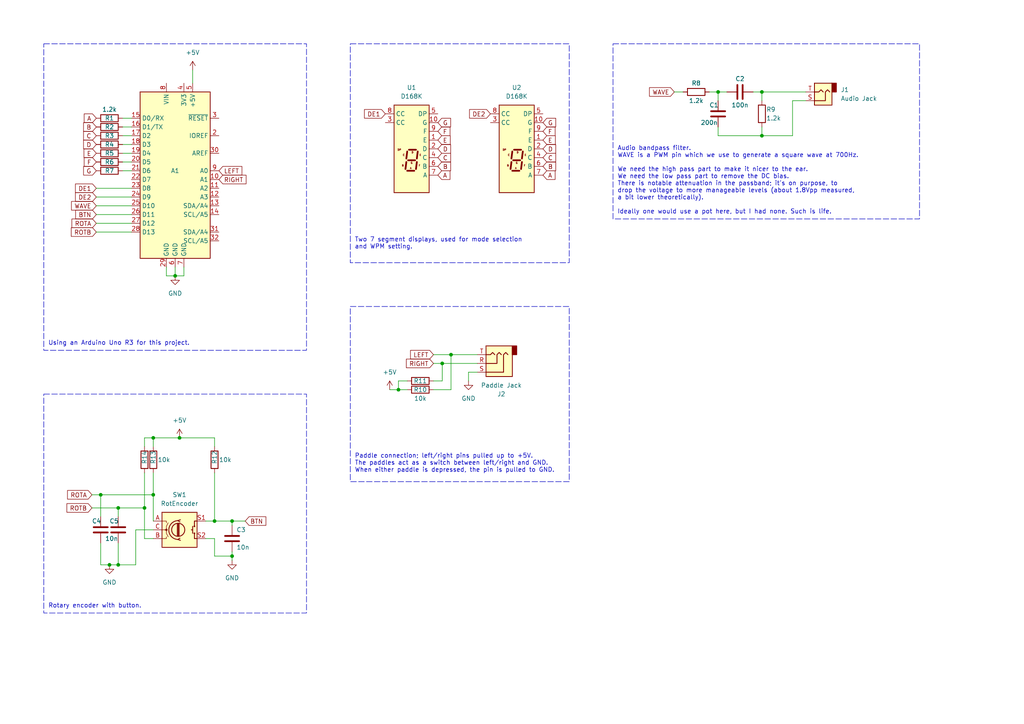
<source format=kicad_sch>
(kicad_sch (version 20230121) (generator eeschema)
  (paper "A4")
  (title_block (title "Scrap Keyer") (company "Vasile Vilvoiu"))
  (lib_symbols
    (symbol "Connector_Audio:AudioJack2"
      (property "Reference" "J" (at 0 8.89 0))
      (property "Value" "AudioJack2" (at 0 6.35 0))
      (symbol "AudioJack2_0_1"
        (rectangle (start -3.81 0) (end -2.54 -2.54) (stroke (width 0.254)) (fill (type outline)))
        (rectangle (start -2.54 3.81) (end 2.54 -2.54) (stroke (width 0.254)) (fill (type background)))
        (polyline (pts (xy 0 0) (xy 0.635 -0.635) (xy 1.27 0) (xy 2.54 0)) (stroke (width 0.254)))
        (polyline (pts (xy 2.54 2.54) (xy -0.635 2.54) (xy -0.635 0) (xy -1.27 -0.635) (xy -1.905 0)) (stroke (width 0.254)))
      )
      (symbol "AudioJack2_1_1"
        (pin passive line (at 5.08 2.54 180) (length 2.54) (name "~") (number "S"))
        (pin passive line (at 5.08 0 180) (length 2.54) (name "~") (number "T"))
      )
    )
    (symbol "Connector_Audio:AudioJack3"
      (property "Reference" "J" (at 0 8.89 0))
      (property "Value" "AudioJack3" (at 0 6.35 0))
      (symbol "AudioJack3_0_1"
        (rectangle (start -5.08 -5.08) (end -6.35 -2.54) (stroke (width 0.254)) (fill (type outline)))
        (polyline (pts (xy 0 -2.54) (xy 0.635 -3.175) (xy 1.27 -2.54) (xy 2.54 -2.54)) (stroke (width 0.254)))
        (polyline (pts (xy -1.905 -2.54) (xy -1.27 -3.175) (xy -0.635 -2.54) (xy -0.635 0) (xy 2.54 0)) (stroke (width 0.254)))
        (polyline (pts (xy 2.54 2.54) (xy -2.54 2.54) (xy -2.54 -2.54) (xy -3.175 -3.175) (xy -3.81 -2.54)) (stroke (width 0.254)))
        (rectangle (start 2.54 3.81) (end -5.08 -5.08) (stroke (width 0.254)) (fill (type background)))
      )
      (symbol "AudioJack3_1_1"
        (pin passive line (at 5.08 0 180) (length 2.54) (name "~") (number "R"))
        (pin passive line (at 5.08 2.54 180) (length 2.54) (name "~") (number "S"))
        (pin passive line (at 5.08 -2.54 180) (length 2.54) (name "~") (number "T"))
      )
    )
    (symbol "Device:C" (pin_numbers hide) (pin_names (offset 0.254))
      (property "Reference" "C" (at 0.635 2.54 0))
      (property "Value" "C" (at 0.635 -2.54 0))
      (symbol "C_0_1"
        (polyline (pts (xy -2.032 -0.762) (xy 2.032 -0.762)) (stroke (width 0.508)))
        (polyline (pts (xy -2.032 0.762) (xy 2.032 0.762)) (stroke (width 0.508)))
      )
      (symbol "C_1_1"
        (pin passive line (at 0 3.81 270) (length 2.794) (name "~") (number "1"))
        (pin passive line (at 0 -3.81 90) (length 2.794) (name "~") (number "2"))
      )
    )
    (symbol "Device:R" (pin_numbers hide) (pin_names (offset 0))
      (property "Reference" "R" (at 2.032 0 90))
      (property "Value" "R" (at 0 0 90))
      (symbol "R_0_1"
        (rectangle (start -1.016 -2.54) (end 1.016 2.54) (stroke (width 0.254)))
      )
      (symbol "R_1_1"
        (pin passive line (at 0 3.81 270) (length 1.27) (name "~") (number "1"))
        (pin passive line (at 0 -3.81 90) (length 1.27) (name "~") (number "2"))
      )
    )
    (symbol "Device:RotaryEncoder_Switch" (pin_names (offset 0.254) hide)
      (property "Reference" "SW" (at 0 6.604 0))
      (property "Value" "RotaryEncoder_Switch" (at 0 -6.604 0))
      (symbol "RotaryEncoder_Switch_0_1"
        (rectangle (start -5.08 5.08) (end 5.08 -5.08) (stroke (width 0.254)) (fill (type background)))
        (circle (center -3.81 0) (radius 0.254) (fill (type outline)))
        (circle (center -0.381 0) (radius 1.905) (stroke (width 0.254)))
        (arc (start -0.381 2.667) (mid -3.0988 -0.0635) (end -0.381 -2.794) (stroke (width 0.254)))
        (polyline (pts (xy -0.635 -1.778) (xy -0.635 1.778)) (stroke (width 0.254)))
        (polyline (pts (xy -0.381 -1.778) (xy -0.381 1.778)) (stroke (width 0.254)))
        (polyline (pts (xy -0.127 1.778) (xy -0.127 -1.778)) (stroke (width 0.254)))
        (polyline (pts (xy 3.81 0) (xy 3.429 0)) (stroke (width 0.254)))
        (polyline (pts (xy 3.81 1.016) (xy 3.81 -1.016)) (stroke (width 0.254)))
        (polyline (pts (xy -5.08 -2.54) (xy -3.81 -2.54) (xy -3.81 -2.032)))
        (polyline (pts (xy -5.08 2.54) (xy -3.81 2.54) (xy -3.81 2.032)))
        (polyline (pts (xy 0.254 -3.048) (xy -0.508 -2.794) (xy 0.127 -2.413)) (stroke (width 0.254)))
        (polyline (pts (xy 0.254 2.921) (xy -0.508 2.667) (xy 0.127 2.286)) (stroke (width 0.254)))
        (polyline (pts (xy 5.08 -2.54) (xy 4.318 -2.54) (xy 4.318 -1.016)) (stroke (width 0.254)))
        (polyline (pts (xy 5.08 2.54) (xy 4.318 2.54) (xy 4.318 1.016)) (stroke (width 0.254)))
        (polyline (pts (xy -5.08 0) (xy -3.81 0) (xy -3.81 -1.016) (xy -3.302 -2.032)))
        (polyline (pts (xy -4.318 0) (xy -3.81 0) (xy -3.81 1.016) (xy -3.302 2.032)))
        (circle (center 4.318 -1.016) (radius 0.127) (stroke (width 0.254)))
        (circle (center 4.318 1.016) (radius 0.127) (stroke (width 0.254)))
      )
      (symbol "RotaryEncoder_Switch_1_1"
        (pin passive line (at -7.62 2.54 0) (length 2.54) (name "A") (number "A"))
        (pin passive line (at -7.62 -2.54 0) (length 2.54) (name "B") (number "B"))
        (pin passive line (at -7.62 0 0) (length 2.54) (name "C") (number "C"))
        (pin passive line (at 7.62 2.54 180) (length 2.54) (name "S1") (number "S1"))
        (pin passive line (at 7.62 -2.54 180) (length 2.54) (name "S2") (number "S2"))
      )
    )
    (symbol "Display_Character:D168K"
      (property "Reference" "U" (at -2.54 13.97 0))
      (property "Value" "D168K" (at 1.27 13.97 0))
      (symbol "D168K_0_0"
        (text "A" (at 0.254 5.588 0) (effects (font (size 0.508 0.508))))
        (text "B" (at 2.54 4.826 0) (effects (font (size 0.508 0.508))))
        (text "C" (at 2.286 1.778 0) (effects (font (size 0.508 0.508))))
        (text "D" (at -0.254 1.016 0) (effects (font (size 0.508 0.508))))
        (text "DP" (at 3.556 0.254 0) (effects (font (size 0.508 0.508))))
        (text "E" (at -2.54 1.778 0) (effects (font (size 0.508 0.508))))
        (text "F" (at -2.286 4.826 0) (effects (font (size 0.508 0.508))))
        (text "G" (at 0 4.064 0) (effects (font (size 0.508 0.508))))
      )
      (symbol "D168K_0_1"
        (rectangle (start -5.08 12.7) (end 5.08 -12.7) (stroke (width 0.254)) (fill (type background)))
        (polyline (pts (xy -1.524 2.794) (xy -1.778 0.762)) (stroke (width 0.508)))
        (polyline (pts (xy -1.27 0.254) (xy 0.762 0.254)) (stroke (width 0.508)))
        (polyline (pts (xy -1.27 5.842) (xy -1.524 3.81)) (stroke (width 0.508)))
        (polyline (pts (xy -1.016 3.302) (xy 1.016 3.302)) (stroke (width 0.508)))
        (polyline (pts (xy -0.762 6.35) (xy 1.27 6.35)) (stroke (width 0.508)))
        (polyline (pts (xy 1.524 2.794) (xy 1.27 0.762)) (stroke (width 0.508)))
        (polyline (pts (xy 1.778 5.842) (xy 1.524 3.81)) (stroke (width 0.508)))
        (polyline (pts (xy 2.54 0.254) (xy 2.54 0.254)) (stroke (width 0.508)))
      )
      (symbol "D168K_1_1"
        (pin input line (at -7.62 -2.54 0) (length 2.54) (name "E") (number "1"))
        (pin input line (at -7.62 -7.62 0) (length 2.54) (name "G") (number "10"))
        (pin input line (at -7.62 0 0) (length 2.54) (name "D") (number "2"))
        (pin input line (at 7.62 -7.62 180) (length 2.54) (name "CC") (number "3"))
        (pin input line (at -7.62 2.54 0) (length 2.54) (name "C") (number "4"))
        (pin input line (at -7.62 -10.16 0) (length 2.54) (name "DP") (number "5"))
        (pin input line (at -7.62 5.08 0) (length 2.54) (name "B") (number "6"))
        (pin input line (at -7.62 7.62 0) (length 2.54) (name "A") (number "7"))
        (pin input line (at 7.62 -10.16 180) (length 2.54) (name "CC") (number "8"))
        (pin input line (at -7.62 -5.08 0) (length 2.54) (name "F") (number "9"))
      )
    )
    (symbol "MCU_Module:Arduino_UNO_R3"
      (property "Reference" "A" (at -10.16 23.495 0))
      (property "Value" "Arduino_UNO_R3" (at 5.08 -26.67 0))
      (symbol "Arduino_UNO_R3_0_1"
        (rectangle (start -10.16 22.86) (end 10.16 -25.4) (stroke (width 0.254)) (fill (type background)))
      )
      (symbol "Arduino_UNO_R3_1_1"
        (pin no_connect line (at -10.16 -20.32 0) (length 2.54) hide (name "NC") (number "1"))
        (pin bidirectional line (at 12.7 -2.54 180) (length 2.54) (name "A1") (number "10"))
        (pin bidirectional line (at 12.7 -5.08 180) (length 2.54) (name "A2") (number "11"))
        (pin bidirectional line (at 12.7 -7.62 180) (length 2.54) (name "A3") (number "12"))
        (pin bidirectional line (at 12.7 -10.16 180) (length 2.54) (name "SDA/A4") (number "13"))
        (pin bidirectional line (at 12.7 -12.7 180) (length 2.54) (name "SCL/A5") (number "14"))
        (pin bidirectional line (at -12.7 15.24 0) (length 2.54) (name "D0/RX") (number "15"))
        (pin bidirectional line (at -12.7 12.7 0) (length 2.54) (name "D1/TX") (number "16"))
        (pin bidirectional line (at -12.7 10.16 0) (length 2.54) (name "D2") (number "17"))
        (pin bidirectional line (at -12.7 7.62 0) (length 2.54) (name "D3") (number "18"))
        (pin bidirectional line (at -12.7 5.08 0) (length 2.54) (name "D4") (number "19"))
        (pin output line (at 12.7 10.16 180) (length 2.54) (name "IOREF") (number "2"))
        (pin bidirectional line (at -12.7 2.54 0) (length 2.54) (name "D5") (number "20"))
        (pin bidirectional line (at -12.7 0 0) (length 2.54) (name "D6") (number "21"))
        (pin bidirectional line (at -12.7 -2.54 0) (length 2.54) (name "D7") (number "22"))
        (pin bidirectional line (at -12.7 -5.08 0) (length 2.54) (name "D8") (number "23"))
        (pin bidirectional line (at -12.7 -7.62 0) (length 2.54) (name "D9") (number "24"))
        (pin bidirectional line (at -12.7 -10.16 0) (length 2.54) (name "D10") (number "25"))
        (pin bidirectional line (at -12.7 -12.7 0) (length 2.54) (name "D11") (number "26"))
        (pin bidirectional line (at -12.7 -15.24 0) (length 2.54) (name "D12") (number "27"))
        (pin bidirectional line (at -12.7 -17.78 0) (length 2.54) (name "D13") (number "28"))
        (pin power_in line (at -2.54 -27.94 90) (length 2.54) (name "GND") (number "29"))
        (pin input line (at 12.7 15.24 180) (length 2.54) (name "~{RESET}") (number "3"))
        (pin input line (at 12.7 5.08 180) (length 2.54) (name "AREF") (number "30"))
        (pin bidirectional line (at 12.7 -17.78 180) (length 2.54) (name "SDA/A4") (number "31"))
        (pin bidirectional line (at 12.7 -20.32 180) (length 2.54) (name "SCL/A5") (number "32"))
        (pin power_out line (at 2.54 25.4 270) (length 2.54) (name "3V3") (number "4"))
        (pin power_out line (at 5.08 25.4 270) (length 2.54) (name "+5V") (number "5"))
        (pin power_in line (at 0 -27.94 90) (length 2.54) (name "GND") (number "6"))
        (pin power_in line (at 2.54 -27.94 90) (length 2.54) (name "GND") (number "7"))
        (pin power_in line (at -2.54 25.4 270) (length 2.54) (name "VIN") (number "8"))
        (pin bidirectional line (at 12.7 0 180) (length 2.54) (name "A0") (number "9"))
      )
    )
    (symbol "power:+5V" (power) (pin_names (offset 0))
      (property "Value" "+5V" (at 0 3.556 0))
      (symbol "+5V_0_1"
        (polyline (pts (xy -0.762 1.27) (xy 0 2.54)))
        (polyline (pts (xy 0 0) (xy 0 2.54)))
        (polyline (pts (xy 0 2.54) (xy 0.762 1.27)))
      )
      (symbol "+5V_1_1"
        (pin power_in line (at 0 0 90) (length 0) hide (name "+5V") (number "1"))
      )
    )
    (symbol "power:GND" (power) (pin_names (offset 0))
      (property "Value" "GND" (at 0 -3.81 0))
      (symbol "GND_0_1"
        (polyline (pts (xy 0 0) (xy 0 -1.27) (xy 1.27 -1.27) (xy 0 -2.54) (xy -1.27 -1.27) (xy 0 -1.27)))
      )
      (symbol "GND_1_1"
        (pin power_in line (at 0 0 270) (length 0) hide (name "GND") (number "1"))
      )
    )
  )
  (junction (at 31.75 163.83))
  (junction (at 29.21 143.51))
  (junction (at 34.29 163.83))
  (junction (at 62.23 151.13))
  (junction (at 41.91 147.32))
  (junction (at 220.98 26.67))
  (junction (at 128.27 105.41))
  (junction (at 67.31 161.29))
  (junction (at 208.28 26.67))
  (junction (at 44.45 143.51))
  (junction (at 34.29 147.32))
  (junction (at 115.57 113.03))
  (junction (at 52.07 127))
  (junction (at 44.45 127))
  (junction (at 130.81 102.87))
  (junction (at 67.31 151.13))
  (junction (at 220.98 39.37))
  (junction (at 50.8 80.01))
  (wire (pts (xy 208.28 26.67) (xy 210.82 26.67)))
  (wire (pts (xy 50.8 77.47) (xy 50.8 80.01)))
  (wire (pts (xy 52.07 127) (xy 62.23 127)))
  (wire (pts (xy 48.26 80.01) (xy 50.8 80.01)))
  (wire (pts (xy 27.94 57.15) (xy 38.1 57.15)))
  (wire (pts (xy 115.57 110.49) (xy 115.57 113.03)))
  (wire (pts (xy 130.81 113.03) (xy 130.81 102.87)))
  (wire (pts (xy 34.29 147.32) (xy 41.91 147.32)))
  (wire (pts (xy 138.43 105.41) (xy 128.27 105.41)))
  (wire (pts (xy 35.56 41.91) (xy 38.1 41.91)))
  (wire (pts (xy 29.21 157.48) (xy 29.21 163.83)))
  (wire (pts (xy 53.34 77.47) (xy 53.34 80.01)))
  (wire (pts (xy 205.74 26.67) (xy 208.28 26.67)))
  (wire (pts (xy 220.98 36.83) (xy 220.98 39.37)))
  (wire (pts (xy 27.94 54.61) (xy 38.1 54.61)))
  (wire (pts (xy 29.21 163.83) (xy 31.75 163.83)))
  (wire (pts (xy 35.56 36.83) (xy 38.1 36.83)))
  (wire (pts (xy 67.31 151.13) (xy 71.12 151.13)))
  (wire (pts (xy 44.45 127) (xy 52.07 127)))
  (wire (pts (xy 29.21 143.51) (xy 29.21 149.86)))
  (wire (pts (xy 29.21 143.51) (xy 44.45 143.51)))
  (wire (pts (xy 67.31 152.4) (xy 67.31 151.13)))
  (wire (pts (xy 118.11 110.49) (xy 115.57 110.49)))
  (wire (pts (xy 34.29 163.83) (xy 31.75 163.83)))
  (wire (pts (xy 41.91 147.32) (xy 41.91 156.21)))
  (wire (pts (xy 34.29 157.48) (xy 34.29 163.83)))
  (wire (pts (xy 118.11 113.03) (xy 115.57 113.03)))
  (wire (pts (xy 62.23 127) (xy 62.23 129.54)))
  (wire (pts (xy 41.91 129.54) (xy 41.91 127)))
  (wire (pts (xy 125.73 110.49) (xy 128.27 110.49)))
  (wire (pts (xy 44.45 153.67) (xy 39.37 153.67)))
  (wire (pts (xy 218.44 26.67) (xy 220.98 26.67)))
  (wire (pts (xy 67.31 161.29) (xy 67.31 160.02)))
  (wire (pts (xy 27.94 67.31) (xy 38.1 67.31)))
  (wire (pts (xy 44.45 127) (xy 44.45 129.54)))
  (wire (pts (xy 35.56 49.53) (xy 38.1 49.53)))
  (wire (pts (xy 67.31 161.29) (xy 67.31 162.56)))
  (wire (pts (xy 55.88 20.32) (xy 55.88 24.13)))
  (wire (pts (xy 48.26 77.47) (xy 48.26 80.01)))
  (wire (pts (xy 220.98 39.37) (xy 229.87 39.37)))
  (wire (pts (xy 44.45 143.51) (xy 44.45 151.13)))
  (wire (pts (xy 138.43 102.87) (xy 130.81 102.87)))
  (wire (pts (xy 195.58 26.67) (xy 198.12 26.67)))
  (wire (pts (xy 229.87 29.21) (xy 229.87 39.37)))
  (wire (pts (xy 26.67 143.51) (xy 29.21 143.51)))
  (wire (pts (xy 135.89 107.95) (xy 135.89 110.49)))
  (wire (pts (xy 39.37 163.83) (xy 34.29 163.83)))
  (wire (pts (xy 62.23 151.13) (xy 59.69 151.13)))
  (wire (pts (xy 27.94 62.23) (xy 38.1 62.23)))
  (wire (pts (xy 115.57 113.03) (xy 113.03 113.03)))
  (wire (pts (xy 125.73 113.03) (xy 130.81 113.03)))
  (wire (pts (xy 26.67 147.32) (xy 34.29 147.32)))
  (wire (pts (xy 35.56 39.37) (xy 38.1 39.37)))
  (wire (pts (xy 41.91 137.16) (xy 41.91 147.32)))
  (wire (pts (xy 233.68 29.21) (xy 229.87 29.21)))
  (wire (pts (xy 41.91 127) (xy 44.45 127)))
  (wire (pts (xy 35.56 34.29) (xy 38.1 34.29)))
  (wire (pts (xy 41.91 156.21) (xy 44.45 156.21)))
  (wire (pts (xy 35.56 44.45) (xy 38.1 44.45)))
  (wire (pts (xy 53.34 80.01) (xy 50.8 80.01)))
  (wire (pts (xy 39.37 153.67) (xy 39.37 163.83)))
  (wire (pts (xy 34.29 147.32) (xy 34.29 149.86)))
  (wire (pts (xy 62.23 161.29) (xy 67.31 161.29)))
  (wire (pts (xy 27.94 64.77) (xy 38.1 64.77)))
  (wire (pts (xy 44.45 137.16) (xy 44.45 143.51)))
  (wire (pts (xy 62.23 156.21) (xy 62.23 161.29)))
  (wire (pts (xy 62.23 137.16) (xy 62.23 151.13)))
  (wire (pts (xy 38.1 46.99) (xy 35.56 46.99)))
  (wire (pts (xy 208.28 26.67) (xy 208.28 29.21)))
  (wire (pts (xy 138.43 107.95) (xy 135.89 107.95)))
  (wire (pts (xy 27.94 59.69) (xy 38.1 59.69)))
  (wire (pts (xy 220.98 26.67) (xy 220.98 29.21)))
  (wire (pts (xy 208.28 39.37) (xy 220.98 39.37)))
  (wire (pts (xy 62.23 156.21) (xy 59.69 156.21)))
  (wire (pts (xy 220.98 26.67) (xy 233.68 26.67)))
  (wire (pts (xy 208.28 39.37) (xy 208.28 36.83)))
  (wire (pts (xy 128.27 110.49) (xy 128.27 105.41)))
  (wire (pts (xy 62.23 151.13) (xy 67.31 151.13)))
  (wire (pts (xy 128.27 105.41) (xy 125.73 105.41)))
  (wire (pts (xy 130.81 102.87) (xy 125.73 102.87)))
  (rectangle (start 101.6 12.7) (end 165.1 76.2) (stroke (width 0) (type dash)))
  (rectangle (start 177.8 12.7) (end 266.7 63.5) (stroke (width 0) (type dash)))
  (rectangle (start 101.6 88.9) (end 165.1 139.7) (stroke (width 0) (type dash)))
  (rectangle (start 12.7 12.7) (end 88.9 101.6) (stroke (width 0) (type dash)))
  (rectangle (start 12.7 114.3) (end 88.9 177.8) (stroke (width 0) (type dash)))
  (text "Audio bandpass filter.\nWAVE is a PWM pin which we use to generate a square wave at 700Hz.\n\nWe need the high pass part to make it nicer to the ear.\nWe need the low pass part to remove the DC bias.\nThere is notable attenuation in the passband; it's on purpose, to\ndrop the voltage to more manageable levels (about 1.8Vpp measured,\na bit lower theoretically).\n\nIdeally one would use a pot here, but I had none. Such is life." (at 179.07 62.23 0) (effects (font (size 1.27 1.27)) (justify left bottom)))
  (text "Two 7 segment displays, used for mode selection\nand WPM setting." (at 102.87 72.39 0) (effects (font (size 1.27 1.27)) (justify left bottom)))
  (text "Using an Arduino Uno R3 for this project." (at 13.97 100.33 0) (effects (font (size 1.27 1.27)) (justify left bottom)))
  (text "Paddle connection; left/right pins pulled up to +5V.\nThe paddles act as a switch between left/right and GND.\nWhen either paddle is depressed, the pin is pulled to GND." (at 102.87 137.16 0) (effects (font (size 1.27 1.27)) (justify left bottom)))
  (text "Rotary encoder with button." (at 13.97 176.53 0) (effects (font (size 1.27 1.27)) (justify left bottom)))
  (global_label "C" (shape input) (at 157.48 45.72 0) (property "Intersheetrefs" "${INTERSHEET_REFS}" (effects hide)))
  (global_label "LEFT" (shape input) (at 125.73 102.87 180) (property "Intersheetrefs" "${INTERSHEET_REFS}" (effects hide)))
  (global_label "G" (shape input) (at 127 35.56 0) (property "Intersheetrefs" "${INTERSHEET_REFS}" (effects hide)))
  (global_label "D" (shape input) (at 27.94 41.91 180) (property "Intersheetrefs" "${INTERSHEET_REFS}" (effects hide)))
  (global_label "DE2" (shape input) (at 27.94 57.15 180) (property "Intersheetrefs" "${INTERSHEET_REFS}" (effects hide)))
  (global_label "DE2" (shape input) (at 142.24 33.02 180) (property "Intersheetrefs" "${INTERSHEET_REFS}" (effects hide)))
  (global_label "B" (shape input) (at 157.48 48.26 0) (property "Intersheetrefs" "${INTERSHEET_REFS}" (effects hide)))
  (global_label "WAVE" (shape input) (at 195.58 26.67 180) (property "Intersheetrefs" "${INTERSHEET_REFS}" (effects hide)))
  (global_label "BTN" (shape input) (at 27.94 62.23 180) (property "Intersheetrefs" "${INTERSHEET_REFS}" (effects hide)))
  (global_label "B" (shape input) (at 127 48.26 0) (property "Intersheetrefs" "${INTERSHEET_REFS}" (effects hide)))
  (global_label "G" (shape input) (at 27.94 49.53 180) (property "Intersheetrefs" "${INTERSHEET_REFS}" (effects hide)))
  (global_label "ROTB" (shape input) (at 26.67 147.32 180) (property "Intersheetrefs" "${INTERSHEET_REFS}" (effects hide)))
  (global_label "E" (shape input) (at 157.48 40.64 0) (property "Intersheetrefs" "${INTERSHEET_REFS}" (effects hide)))
  (global_label "BTN" (shape input) (at 71.12 151.13 0) (property "Intersheetrefs" "${INTERSHEET_REFS}" (effects hide)))
  (global_label "ROTB" (shape input) (at 27.94 67.31 180) (property "Intersheetrefs" "${INTERSHEET_REFS}" (effects hide)))
  (global_label "E" (shape input) (at 127 40.64 0) (property "Intersheetrefs" "${INTERSHEET_REFS}" (effects hide)))
  (global_label "E" (shape input) (at 27.94 44.45 180) (property "Intersheetrefs" "${INTERSHEET_REFS}" (effects hide)))
  (global_label "RIGHT" (shape input) (at 125.73 105.41 180) (property "Intersheetrefs" "${INTERSHEET_REFS}" (effects hide)))
  (global_label "DE1" (shape input) (at 111.76 33.02 180) (property "Intersheetrefs" "${INTERSHEET_REFS}" (effects hide)))
  (global_label "C" (shape input) (at 27.94 39.37 180) (property "Intersheetrefs" "${INTERSHEET_REFS}" (effects hide)))
  (global_label "G" (shape input) (at 157.48 35.56 0) (property "Intersheetrefs" "${INTERSHEET_REFS}" (effects hide)))
  (global_label "LEFT" (shape input) (at 63.5 49.53 0) (property "Intersheetrefs" "${INTERSHEET_REFS}" (effects hide)))
  (global_label "F" (shape input) (at 157.48 38.1 0) (property "Intersheetrefs" "${INTERSHEET_REFS}" (effects hide)))
  (global_label "C" (shape input) (at 127 45.72 0) (property "Intersheetrefs" "${INTERSHEET_REFS}" (effects hide)))
  (global_label "B" (shape input) (at 27.94 36.83 180) (property "Intersheetrefs" "${INTERSHEET_REFS}" (effects hide)))
  (global_label "DE1" (shape input) (at 27.94 54.61 180) (property "Intersheetrefs" "${INTERSHEET_REFS}" (effects hide)))
  (global_label "WAVE" (shape input) (at 27.94 59.69 180) (property "Intersheetrefs" "${INTERSHEET_REFS}" (effects hide)))
  (global_label "A" (shape input) (at 127 50.8 0) (property "Intersheetrefs" "${INTERSHEET_REFS}" (effects hide)))
  (global_label "F" (shape input) (at 127 38.1 0) (property "Intersheetrefs" "${INTERSHEET_REFS}" (effects hide)))
  (global_label "D" (shape input) (at 157.48 43.18 0) (property "Intersheetrefs" "${INTERSHEET_REFS}" (effects hide)))
  (global_label "A" (shape input) (at 157.48 50.8 0) (property "Intersheetrefs" "${INTERSHEET_REFS}" (effects hide)))
  (global_label "D" (shape input) (at 127 43.18 0) (property "Intersheetrefs" "${INTERSHEET_REFS}" (effects hide)))
  (global_label "ROTA" (shape input) (at 26.67 143.51 180) (property "Intersheetrefs" "${INTERSHEET_REFS}" (effects hide)))
  (global_label "RIGHT" (shape input) (at 63.5 52.07 0) (property "Intersheetrefs" "${INTERSHEET_REFS}" (effects hide)))
  (global_label "A" (shape input) (at 27.94 34.29 180) (property "Intersheetrefs" "${INTERSHEET_REFS}" (effects hide)))
  (global_label "ROTA" (shape input) (at 27.94 64.77 180) (property "Intersheetrefs" "${INTERSHEET_REFS}" (effects hide)))
  (global_label "F" (shape input) (at 27.94 46.99 180) (property "Intersheetrefs" "${INTERSHEET_REFS}" (effects hide)))
  (symbol (lib_id "Device:R") (at 62.23 133.35 0) (unit 1)
    (property "Reference" "R12" (at 62.23 134.62 90) (effects (justify left)))
    (property "Value" "10k" (at 63.5 133.35 0) (effects (justify left)))
  )
  (symbol (lib_id "Device:C") (at 214.63 26.67 90) (unit 1)
    (property "Reference" "C2" (at 214.63 22.86 90))
    (property "Value" "100n" (at 214.63 30.48 90))
  )
  (symbol (lib_id "MCU_Module:Arduino_UNO_R3") (at 50.8 49.53 0) (unit 1)
    (property "Reference" "A1" (at 49.53 49.53 0) (effects (justify left)))
    (property "Value" "Arduino_UNO_R3" (effects hide))
    (property "Footprint" "Module:Arduino_UNO_R3" (effects hide))
    (property "Datasheet" "https://www.arduino.cc/en/Main/arduinoBoardUno" (effects hide))
  )
  (symbol (lib_id "Connector_Audio:AudioJack3") (at 143.51 105.41 180) (unit 1)
    (property "Reference" "J2" (at 145.415 114.3 0))
    (property "Value" "Paddle Jack" (at 145.415 111.76 0))
  )
  (symbol (lib_id "Device:C") (at 34.29 153.67 0) (unit 1)
    (property "Reference" "C5" (at 31.75 151.13 0) (effects (justify left)))
    (property "Value" "10n" (effects hide))
  )
  (symbol (lib_id "Device:C") (at 29.21 153.67 0) (unit 1)
    (property "Reference" "C4" (at 26.67 151.13 0) (effects (justify left)))
    (property "Value" "10n" (at 30.48 156.21 0) (effects (justify left)))
  )
  (symbol (lib_id "Device:R") (at 41.91 133.35 0) (unit 1)
    (property "Reference" "R14" (at 41.91 134.62 90) (effects (justify left)))
    (property "Value" "10k" (effects hide))
  )
  (symbol (lib_id "power:+5V") (at 55.88 20.32 0) (unit 1)
    (property "Reference" "#PWR03" (effects hide))
    (property "Value" "+5V" (at 55.88 15.24 0))
  )
  (symbol (lib_id "Device:R") (at 201.93 26.67 90) (unit 1)
    (property "Reference" "R8" (at 201.93 24.13 90))
    (property "Value" "1.2k" (at 201.93 29.21 90))
  )
  (symbol (lib_id "power:GND") (at 50.8 80.01 0) (unit 1)
    (property "Reference" "#PWR02" (effects hide))
    (property "Value" "GND" (at 50.8 85.09 0))
  )
  (symbol (lib_id "Device:R") (at 44.45 133.35 0) (unit 1)
    (property "Reference" "R13" (at 44.45 134.62 90) (effects (justify left)))
    (property "Value" "10k" (at 45.72 133.35 0) (effects (justify left)))
  )
  (symbol (lib_id "Device:R") (at 31.75 36.83 90) (unit 1)
    (property "Reference" "R2" (at 31.75 36.83 90))
    (property "Value" "1.2k" (effects hide))
  )
  (symbol (lib_id "Device:R") (at 31.75 46.99 90) (unit 1)
    (property "Reference" "R6" (at 31.75 46.99 90))
    (property "Value" "1.2k" (effects hide))
  )
  (symbol (lib_id "power:GND") (at 67.31 162.56 0) (unit 1)
    (property "Reference" "#PWR05" (effects hide))
    (property "Value" "GND" (at 67.31 167.64 0))
  )
  (symbol (lib_id "Device:R") (at 121.92 110.49 270) (unit 1)
    (property "Reference" "R11" (at 121.92 110.49 90))
    (property "Value" "10k" (effects hide))
  )
  (symbol (lib_id "power:GND") (at 31.75 163.83 0) (unit 1)
    (property "Reference" "#PWR06" (effects hide))
    (property "Value" "GND" (at 31.75 168.91 0))
  )
  (symbol (lib_id "Device:R") (at 31.75 41.91 90) (unit 1)
    (property "Reference" "R4" (at 31.75 41.91 90))
    (property "Value" "1.2k" (effects hide))
  )
  (symbol (lib_id "Connector_Audio:AudioJack2") (at 238.76 26.67 180) (unit 1)
    (property "Reference" "J1" (at 243.84 26.035 0) (effects (justify right)))
    (property "Value" "Audio Jack" (at 243.84 28.575 0) (effects (justify right)))
  )
  (symbol (lib_id "Display_Character:D168K") (at 149.86 43.18 180) (unit 1)
    (property "Reference" "U2" (at 149.86 25.4 0))
    (property "Value" "D168K" (at 149.86 27.94 0))
    (property "Footprint" "Display_7Segment:D1X8K" (effects hide))
    (property "Datasheet" "https://ia800903.us.archive.org/24/items/CTKD1x8K/Cromatek%20D168K.pdf" (effects hide))
  )
  (symbol (lib_id "Device:C") (at 208.28 33.02 0) (unit 1)
    (property "Reference" "C1" (at 205.74 30.48 0) (effects (justify left)))
    (property "Value" "200n" (at 203.2 35.56 0) (effects (justify left)))
  )
  (symbol (lib_id "Device:R") (at 121.92 113.03 270) (unit 1)
    (property "Reference" "R10" (at 121.92 113.03 90))
    (property "Value" "10k" (at 121.92 115.57 90))
  )
  (symbol (lib_id "Device:R") (at 31.75 44.45 90) (unit 1)
    (property "Reference" "R5" (at 31.75 44.45 90))
    (property "Value" "1.2k" (effects hide))
  )
  (symbol (lib_id "Device:R") (at 220.98 33.02 0) (unit 1)
    (property "Reference" "R9" (at 222.25 31.75 0) (effects (justify left)))
    (property "Value" "1.2k" (at 222.25 34.29 0) (effects (justify left)))
  )
  (symbol (lib_id "power:+5V") (at 113.03 113.03 0) (unit 1)
    (property "Reference" "#PWR04" (effects hide))
    (property "Value" "+5V" (at 113.03 107.95 0))
  )
  (symbol (lib_id "power:+5V") (at 52.07 127 0) (unit 1)
    (property "Reference" "#PWR07" (effects hide))
    (property "Value" "+5V" (at 52.07 121.92 0))
  )
  (symbol (lib_id "power:GND") (at 135.89 110.49 0) (unit 1)
    (property "Reference" "#PWR01" (effects hide))
    (property "Value" "GND" (at 135.89 115.57 0))
  )
  (symbol (lib_id "Display_Character:D168K") (at 119.38 43.18 180) (unit 1)
    (property "Reference" "U1" (at 119.38 25.4 0))
    (property "Value" "D168K" (at 119.38 27.94 0))
    (property "Footprint" "Display_7Segment:D1X8K" (effects hide))
    (property "Datasheet" "https://ia800903.us.archive.org/24/items/CTKD1x8K/Cromatek%20D168K.pdf" (effects hide))
  )
  (symbol (lib_id "Device:RotaryEncoder_Switch") (at 52.07 153.67 0) (unit 1)
    (property "Reference" "SW1" (at 52.07 143.51 0))
    (property "Value" "RotEncoder" (at 52.07 146.05 0))
  )
  (symbol (lib_id "Device:R") (at 31.75 49.53 90) (unit 1)
    (property "Reference" "R7" (at 31.75 49.53 90))
    (property "Value" "1.2k" (at 31.75 31.75 90))
  )
  (symbol (lib_id "Device:R") (at 31.75 39.37 90) (unit 1)
    (property "Reference" "R3" (at 31.75 39.37 90))
    (property "Value" "1.2k" (effects hide))
  )
  (symbol (lib_id "Device:C") (at 67.31 156.21 0) (unit 1)
    (property "Reference" "C3" (at 68.58 153.67 0) (effects (justify left)))
    (property "Value" "10n" (at 68.58 158.75 0) (effects (justify left)))
  )
  (symbol (lib_id "Device:R") (at 31.75 34.29 90) (unit 1)
    (property "Reference" "R1" (at 31.75 34.29 90))
    (property "Value" "1.2k" (effects hide))
  )
)
</source>
